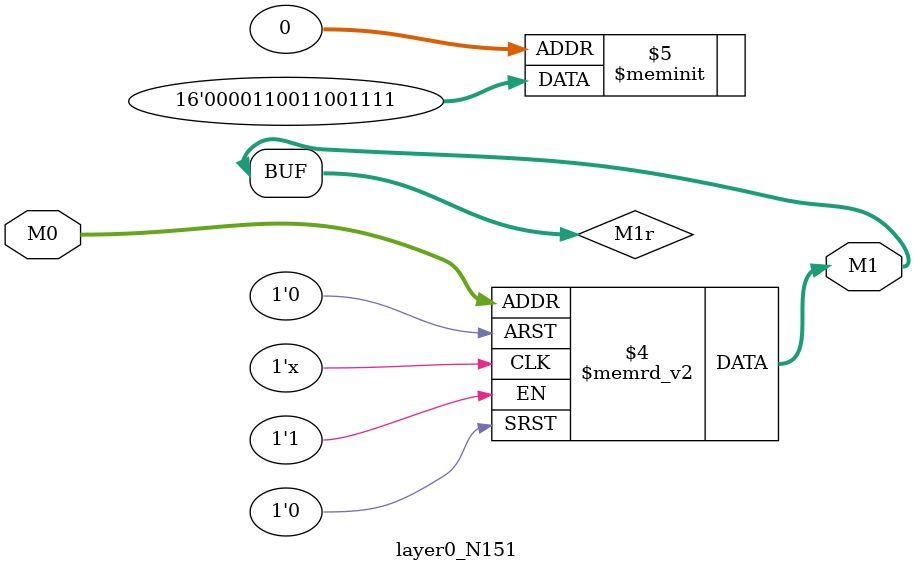
<source format=v>
module layer0_N151 ( input [2:0] M0, output [1:0] M1 );

	(*rom_style = "distributed" *) reg [1:0] M1r;
	assign M1 = M1r;
	always @ (M0) begin
		case (M0)
			3'b000: M1r = 2'b11;
			3'b100: M1r = 2'b00;
			3'b010: M1r = 2'b00;
			3'b110: M1r = 2'b00;
			3'b001: M1r = 2'b11;
			3'b101: M1r = 2'b11;
			3'b011: M1r = 2'b11;
			3'b111: M1r = 2'b00;

		endcase
	end
endmodule

</source>
